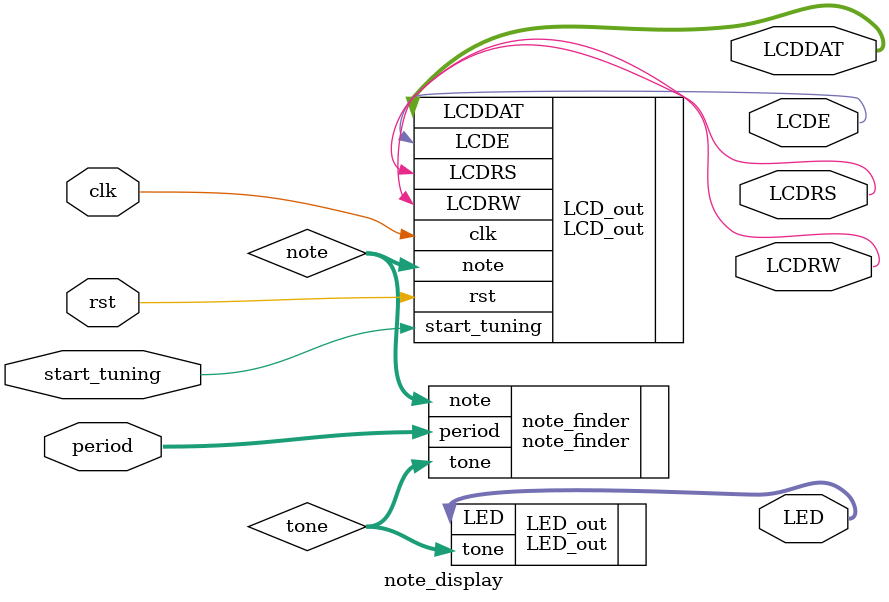
<source format=v>
`timescale 1ns / 1ps
module note_display(
	input wire clk,
	input wire rst,
	input wire [33:0] period,
	input wire start_tuning,
	output wire [7:0] LED,
	output wire 		LCDE,
	output wire 		LCDRS,
	output wire 		LCDRW,	
	output wire [3:0] LCDDAT
    );

	wire [3:0] tone;
	wire [4:0] note;


	// Instantiate LED_out
	LED_out LED_out (
		 .tone(tone), 
		 .LED(LED)
		 );

	// Instantiate LCD_out
	LCD_out LCD_out (
    .clk(clk), 
    .rst(rst), 
    .start_tuning(start_tuning), 
	 .note(note),
    .LCDE(LCDE), 
    .LCDRS(LCDRS), 
    .LCDRW(LCDRW), 
    .LCDDAT(LCDDAT)
    );

	//Instantiate note_finder
	note_finder note_finder (
		 .period(period), 
		 .note(note), 
		 .tone(tone)
		 );


endmodule

</source>
